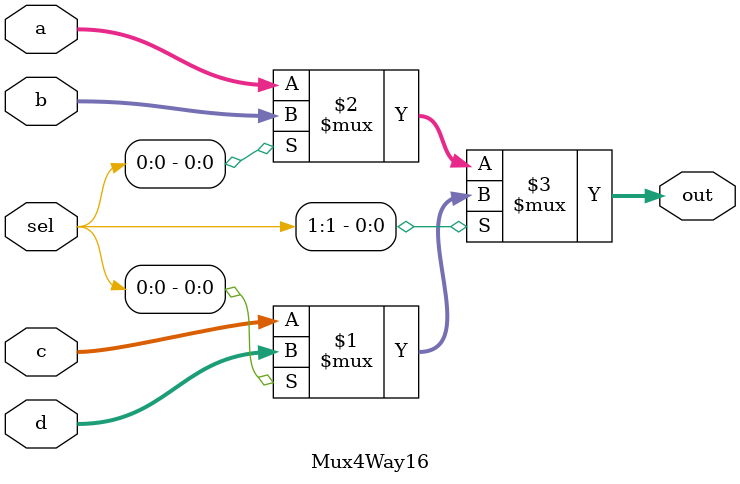
<source format=v>
module Mux4Way16(a,b,c,d,sel,out);

    input [15:0] a,b,c,d;
    input [1:0] sel;
    output [15:0] out;

    assign out = sel[1] ? (sel[0] ? d : c) : (sel[0] ? b : a);
    //assign out = (sel[1] & ~((a & ~sel[0]) | (b & sel[0]))) | (sel[1] & (c & ~sel[0]) | (d & sel[0]));
    /*assign out =    (~sel[1] * ~sel[0] * a) + 
                    (~sel[1] * sel[0] * b) +
                    (sel[1] * ~sel[0] * c) +
                    (sel[1] * sel[0] * d);*/

endmodule
</source>
